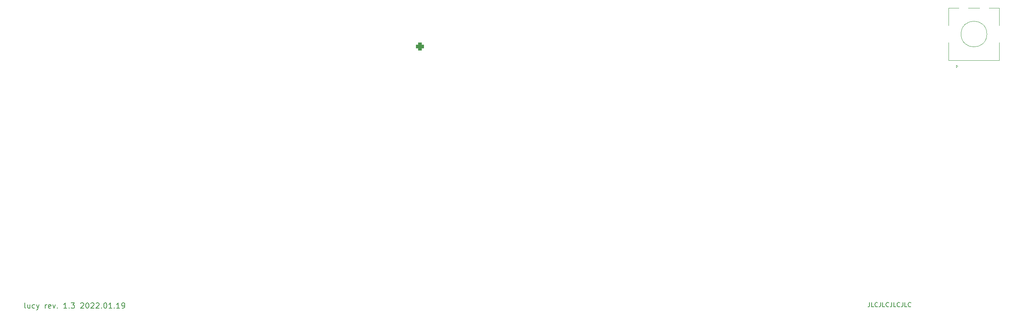
<source format=gto>
G04 #@! TF.GenerationSoftware,KiCad,Pcbnew,(6.0.0-0)*
G04 #@! TF.CreationDate,2022-01-19T17:11:42-06:00*
G04 #@! TF.ProjectId,pcb,7063622e-6b69-4636-9164-5f7063625858,rev?*
G04 #@! TF.SameCoordinates,Original*
G04 #@! TF.FileFunction,Legend,Top*
G04 #@! TF.FilePolarity,Positive*
%FSLAX46Y46*%
G04 Gerber Fmt 4.6, Leading zero omitted, Abs format (unit mm)*
G04 Created by KiCad (PCBNEW (6.0.0-0)) date 2022-01-19 17:11:42*
%MOMM*%
%LPD*%
G01*
G04 APERTURE LIST*
G04 Aperture macros list*
%AMRoundRect*
0 Rectangle with rounded corners*
0 $1 Rounding radius*
0 $2 $3 $4 $5 $6 $7 $8 $9 X,Y pos of 4 corners*
0 Add a 4 corners polygon primitive as box body*
4,1,4,$2,$3,$4,$5,$6,$7,$8,$9,$2,$3,0*
0 Add four circle primitives for the rounded corners*
1,1,$1+$1,$2,$3*
1,1,$1+$1,$4,$5*
1,1,$1+$1,$6,$7*
1,1,$1+$1,$8,$9*
0 Add four rect primitives between the rounded corners*
20,1,$1+$1,$2,$3,$4,$5,0*
20,1,$1+$1,$4,$5,$6,$7,0*
20,1,$1+$1,$6,$7,$8,$9,0*
20,1,$1+$1,$8,$9,$2,$3,0*%
G04 Aperture macros list end*
%ADD10C,0.150000*%
%ADD11C,0.200000*%
%ADD12C,0.120000*%
%ADD13C,1.701800*%
%ADD14C,3.987800*%
%ADD15C,2.540000*%
%ADD16R,2.000000X2.000000*%
%ADD17C,2.000000*%
%ADD18R,2.000000X3.200000*%
%ADD19C,1.803400*%
%ADD20RoundRect,0.501650X0.400050X0.400050X-0.400050X0.400050X-0.400050X-0.400050X0.400050X-0.400050X0*%
%ADD21C,0.650000*%
%ADD22O,1.300000X2.400000*%
%ADD23O,1.300000X1.900000*%
G04 APERTURE END LIST*
D10*
X296013577Y-115736694D02*
X296013577Y-116450980D01*
X295965958Y-116593837D01*
X295870720Y-116689075D01*
X295727863Y-116736694D01*
X295632625Y-116736694D01*
X296965958Y-116736694D02*
X296489767Y-116736694D01*
X296489767Y-115736694D01*
X297870720Y-116641456D02*
X297823101Y-116689075D01*
X297680244Y-116736694D01*
X297585005Y-116736694D01*
X297442148Y-116689075D01*
X297346910Y-116593837D01*
X297299291Y-116498599D01*
X297251672Y-116308123D01*
X297251672Y-116165266D01*
X297299291Y-115974790D01*
X297346910Y-115879552D01*
X297442148Y-115784314D01*
X297585005Y-115736694D01*
X297680244Y-115736694D01*
X297823101Y-115784314D01*
X297870720Y-115831933D01*
X298585005Y-115736694D02*
X298585005Y-116450980D01*
X298537386Y-116593837D01*
X298442148Y-116689075D01*
X298299291Y-116736694D01*
X298204053Y-116736694D01*
X299537386Y-116736694D02*
X299061196Y-116736694D01*
X299061196Y-115736694D01*
X300442148Y-116641456D02*
X300394529Y-116689075D01*
X300251672Y-116736694D01*
X300156434Y-116736694D01*
X300013577Y-116689075D01*
X299918339Y-116593837D01*
X299870720Y-116498599D01*
X299823101Y-116308123D01*
X299823101Y-116165266D01*
X299870720Y-115974790D01*
X299918339Y-115879552D01*
X300013577Y-115784314D01*
X300156434Y-115736694D01*
X300251672Y-115736694D01*
X300394529Y-115784314D01*
X300442148Y-115831933D01*
X301156434Y-115736694D02*
X301156434Y-116450980D01*
X301108815Y-116593837D01*
X301013577Y-116689075D01*
X300870720Y-116736694D01*
X300775482Y-116736694D01*
X302108815Y-116736694D02*
X301632625Y-116736694D01*
X301632625Y-115736694D01*
X303013577Y-116641456D02*
X302965958Y-116689075D01*
X302823101Y-116736694D01*
X302727863Y-116736694D01*
X302585005Y-116689075D01*
X302489767Y-116593837D01*
X302442148Y-116498599D01*
X302394529Y-116308123D01*
X302394529Y-116165266D01*
X302442148Y-115974790D01*
X302489767Y-115879552D01*
X302585005Y-115784314D01*
X302727863Y-115736694D01*
X302823101Y-115736694D01*
X302965958Y-115784314D01*
X303013577Y-115831933D01*
X303727863Y-115736694D02*
X303727863Y-116450980D01*
X303680244Y-116593837D01*
X303585005Y-116689075D01*
X303442148Y-116736694D01*
X303346910Y-116736694D01*
X304680244Y-116736694D02*
X304204053Y-116736694D01*
X304204053Y-115736694D01*
X305585005Y-116641456D02*
X305537386Y-116689075D01*
X305394529Y-116736694D01*
X305299291Y-116736694D01*
X305156434Y-116689075D01*
X305061196Y-116593837D01*
X305013577Y-116498599D01*
X304965958Y-116308123D01*
X304965958Y-116165266D01*
X305013577Y-115974790D01*
X305061196Y-115879552D01*
X305156434Y-115784314D01*
X305299291Y-115736694D01*
X305394529Y-115736694D01*
X305537386Y-115784314D01*
X305585005Y-115831933D01*
D11*
X99984070Y-117065476D02*
X99865022Y-117005952D01*
X99805499Y-116886904D01*
X99805499Y-115815476D01*
X100995975Y-116232142D02*
X100995975Y-117065476D01*
X100460260Y-116232142D02*
X100460260Y-116886904D01*
X100519784Y-117005952D01*
X100638832Y-117065476D01*
X100817403Y-117065476D01*
X100936451Y-117005952D01*
X100995975Y-116946428D01*
X102126927Y-117005952D02*
X102007880Y-117065476D01*
X101769784Y-117065476D01*
X101650737Y-117005952D01*
X101591213Y-116946428D01*
X101531689Y-116827380D01*
X101531689Y-116470238D01*
X101591213Y-116351190D01*
X101650737Y-116291666D01*
X101769784Y-116232142D01*
X102007880Y-116232142D01*
X102126927Y-116291666D01*
X102543594Y-116232142D02*
X102841213Y-117065476D01*
X103138832Y-116232142D02*
X102841213Y-117065476D01*
X102722165Y-117363095D01*
X102662641Y-117422619D01*
X102543594Y-117482142D01*
X104567403Y-117065476D02*
X104567403Y-116232142D01*
X104567403Y-116470238D02*
X104626927Y-116351190D01*
X104686451Y-116291666D01*
X104805499Y-116232142D01*
X104924546Y-116232142D01*
X105817403Y-117005952D02*
X105698356Y-117065476D01*
X105460260Y-117065476D01*
X105341213Y-117005952D01*
X105281689Y-116886904D01*
X105281689Y-116410714D01*
X105341213Y-116291666D01*
X105460260Y-116232142D01*
X105698356Y-116232142D01*
X105817403Y-116291666D01*
X105876927Y-116410714D01*
X105876927Y-116529761D01*
X105281689Y-116648809D01*
X106293594Y-116232142D02*
X106591213Y-117065476D01*
X106888832Y-116232142D01*
X107365022Y-116946428D02*
X107424546Y-117005952D01*
X107365022Y-117065476D01*
X107305499Y-117005952D01*
X107365022Y-116946428D01*
X107365022Y-117065476D01*
X109567403Y-117065476D02*
X108853118Y-117065476D01*
X109210260Y-117065476D02*
X109210260Y-115815476D01*
X109091213Y-115994047D01*
X108972165Y-116113095D01*
X108853118Y-116172619D01*
X110103118Y-116946428D02*
X110162641Y-117005952D01*
X110103118Y-117065476D01*
X110043594Y-117005952D01*
X110103118Y-116946428D01*
X110103118Y-117065476D01*
X110579308Y-115815476D02*
X111353118Y-115815476D01*
X110936451Y-116291666D01*
X111115022Y-116291666D01*
X111234070Y-116351190D01*
X111293594Y-116410714D01*
X111353118Y-116529761D01*
X111353118Y-116827380D01*
X111293594Y-116946428D01*
X111234070Y-117005952D01*
X111115022Y-117065476D01*
X110757880Y-117065476D01*
X110638832Y-117005952D01*
X110579308Y-116946428D01*
X112781689Y-115934523D02*
X112841213Y-115875000D01*
X112960260Y-115815476D01*
X113257880Y-115815476D01*
X113376927Y-115875000D01*
X113436451Y-115934523D01*
X113495975Y-116053571D01*
X113495975Y-116172619D01*
X113436451Y-116351190D01*
X112722165Y-117065476D01*
X113495975Y-117065476D01*
X114269784Y-115815476D02*
X114388832Y-115815476D01*
X114507880Y-115875000D01*
X114567403Y-115934523D01*
X114626927Y-116053571D01*
X114686451Y-116291666D01*
X114686451Y-116589285D01*
X114626927Y-116827380D01*
X114567403Y-116946428D01*
X114507880Y-117005952D01*
X114388832Y-117065476D01*
X114269784Y-117065476D01*
X114150737Y-117005952D01*
X114091213Y-116946428D01*
X114031689Y-116827380D01*
X113972165Y-116589285D01*
X113972165Y-116291666D01*
X114031689Y-116053571D01*
X114091213Y-115934523D01*
X114150737Y-115875000D01*
X114269784Y-115815476D01*
X115162641Y-115934523D02*
X115222165Y-115875000D01*
X115341213Y-115815476D01*
X115638832Y-115815476D01*
X115757880Y-115875000D01*
X115817403Y-115934523D01*
X115876927Y-116053571D01*
X115876927Y-116172619D01*
X115817403Y-116351190D01*
X115103118Y-117065476D01*
X115876927Y-117065476D01*
X116353118Y-115934523D02*
X116412641Y-115875000D01*
X116531689Y-115815476D01*
X116829308Y-115815476D01*
X116948356Y-115875000D01*
X117007880Y-115934523D01*
X117067403Y-116053571D01*
X117067403Y-116172619D01*
X117007880Y-116351190D01*
X116293594Y-117065476D01*
X117067403Y-117065476D01*
X117603118Y-116946428D02*
X117662641Y-117005952D01*
X117603118Y-117065476D01*
X117543594Y-117005952D01*
X117603118Y-116946428D01*
X117603118Y-117065476D01*
X118436451Y-115815476D02*
X118555499Y-115815476D01*
X118674546Y-115875000D01*
X118734070Y-115934523D01*
X118793594Y-116053571D01*
X118853118Y-116291666D01*
X118853118Y-116589285D01*
X118793594Y-116827380D01*
X118734070Y-116946428D01*
X118674546Y-117005952D01*
X118555499Y-117065476D01*
X118436451Y-117065476D01*
X118317403Y-117005952D01*
X118257880Y-116946428D01*
X118198356Y-116827380D01*
X118138832Y-116589285D01*
X118138832Y-116291666D01*
X118198356Y-116053571D01*
X118257880Y-115934523D01*
X118317403Y-115875000D01*
X118436451Y-115815476D01*
X120043594Y-117065476D02*
X119329308Y-117065476D01*
X119686451Y-117065476D02*
X119686451Y-115815476D01*
X119567403Y-115994047D01*
X119448356Y-116113095D01*
X119329308Y-116172619D01*
X120579308Y-116946428D02*
X120638832Y-117005952D01*
X120579308Y-117065476D01*
X120519784Y-117005952D01*
X120579308Y-116946428D01*
X120579308Y-117065476D01*
X121829308Y-117065476D02*
X121115022Y-117065476D01*
X121472165Y-117065476D02*
X121472165Y-115815476D01*
X121353118Y-115994047D01*
X121234070Y-116113095D01*
X121115022Y-116172619D01*
X122424546Y-117065476D02*
X122662641Y-117065476D01*
X122781689Y-117005952D01*
X122841213Y-116946428D01*
X122960260Y-116767857D01*
X123019784Y-116529761D01*
X123019784Y-116053571D01*
X122960260Y-115934523D01*
X122900737Y-115875000D01*
X122781689Y-115815476D01*
X122543594Y-115815476D01*
X122424546Y-115875000D01*
X122365022Y-115934523D01*
X122305499Y-116053571D01*
X122305499Y-116351190D01*
X122365022Y-116470238D01*
X122424546Y-116529761D01*
X122543594Y-116589285D01*
X122781689Y-116589285D01*
X122900737Y-116529761D01*
X122960260Y-116470238D01*
X123019784Y-116351190D01*
D12*
X314352725Y-47093950D02*
X316752725Y-47093950D01*
X314352725Y-59293950D02*
X326152725Y-59293950D01*
X323752725Y-47093950D02*
X326152725Y-47093950D01*
X314352725Y-51193950D02*
X314352725Y-47093950D01*
X314352725Y-55193950D02*
X314352725Y-59293950D01*
X316152725Y-60993950D02*
X316152725Y-60393950D01*
X316452725Y-60693950D02*
X316152725Y-60993950D01*
X316152725Y-60393950D02*
X316452725Y-60693950D01*
X318952725Y-47093950D02*
X321552725Y-47093950D01*
X326152725Y-55193950D02*
X326152725Y-59293950D01*
X326152725Y-47093950D02*
X326152725Y-51193950D01*
X323252725Y-53193950D02*
G75*
G03*
X323252725Y-53193950I-3000000J0D01*
G01*
%LPC*%
D13*
X119935625Y-53181250D03*
X130095625Y-53181250D03*
D14*
X125015625Y-53181250D03*
D15*
X121205625Y-50641250D03*
X127555625Y-48101250D03*
D13*
X196135625Y-53181250D03*
D14*
X201215625Y-53181250D03*
D13*
X206295625Y-53181250D03*
D15*
X197405625Y-50641250D03*
X203755625Y-48101250D03*
D13*
X187245625Y-53181250D03*
D14*
X182165625Y-53181250D03*
D13*
X177085625Y-53181250D03*
D15*
X178355625Y-50641250D03*
X184705625Y-48101250D03*
D14*
X163115625Y-53181250D03*
D13*
X168195625Y-53181250D03*
X158035625Y-53181250D03*
D15*
X159305625Y-50641250D03*
X165655625Y-48101250D03*
D14*
X86915625Y-53181250D03*
D13*
X91995625Y-53181250D03*
X81835625Y-53181250D03*
D15*
X83105625Y-50641250D03*
X89455625Y-48101250D03*
D13*
X215185625Y-53181250D03*
X225345625Y-53181250D03*
D14*
X220265625Y-53181250D03*
D15*
X216455625Y-50641250D03*
X222805625Y-48101250D03*
D13*
X234235625Y-53181250D03*
D14*
X239315625Y-53181250D03*
D13*
X244395625Y-53181250D03*
D15*
X235505625Y-50641250D03*
X241855625Y-48101250D03*
D14*
X86915625Y-72231250D03*
D13*
X81835625Y-72231250D03*
X91995625Y-72231250D03*
D15*
X83105625Y-69691250D03*
X89455625Y-67151250D03*
D13*
X100885625Y-72231250D03*
X111045625Y-72231250D03*
D14*
X105965625Y-72231250D03*
D15*
X102155625Y-69691250D03*
X108505625Y-67151250D03*
D13*
X149150799Y-72231250D03*
D14*
X144070799Y-72231250D03*
D13*
X138990799Y-72231250D03*
D15*
X140260799Y-69691250D03*
X146610799Y-67151250D03*
D13*
X282495625Y-53181250D03*
X272335625Y-53181250D03*
D14*
X277415625Y-53181250D03*
D15*
X273605625Y-50641250D03*
X279955625Y-48101250D03*
D13*
X168195625Y-72231250D03*
X158035625Y-72231250D03*
D14*
X163115625Y-72231250D03*
D15*
X159305625Y-69691250D03*
X165655625Y-67151250D03*
D13*
X187245625Y-72231250D03*
D14*
X182165625Y-72231250D03*
D13*
X177085625Y-72231250D03*
D15*
X178355625Y-69691250D03*
X184705625Y-67151250D03*
D13*
X196135625Y-72231250D03*
X206295625Y-72231250D03*
D14*
X201215625Y-72231250D03*
D15*
X197405625Y-69691250D03*
X203755625Y-67151250D03*
D13*
X111045625Y-110331250D03*
X100885625Y-110331250D03*
D14*
X105965625Y-110331250D03*
D15*
X102155625Y-107791250D03*
X108505625Y-105251250D03*
D13*
X119935625Y-110331250D03*
D14*
X125015625Y-110331250D03*
D13*
X130095625Y-110331250D03*
D15*
X121205625Y-107791250D03*
X127555625Y-105251250D03*
D13*
X149145625Y-110331250D03*
X138985625Y-110331250D03*
D14*
X144065625Y-110331250D03*
D15*
X140255625Y-107791250D03*
X146605625Y-105251250D03*
D14*
X163115625Y-110331250D03*
D13*
X168195625Y-110331250D03*
X158035625Y-110331250D03*
D15*
X159305625Y-107791250D03*
X165655625Y-105251250D03*
D13*
X177085625Y-110331250D03*
D14*
X182165625Y-110331250D03*
D13*
X187245625Y-110331250D03*
D15*
X178355625Y-107791250D03*
X184705625Y-105251250D03*
D13*
X225345625Y-110331250D03*
X215185625Y-110331250D03*
D14*
X220265625Y-110331250D03*
D15*
X216455625Y-107791250D03*
X222805625Y-105251250D03*
D13*
X234235625Y-110331250D03*
D14*
X239315625Y-110331250D03*
D13*
X244395625Y-110331250D03*
D15*
X235505625Y-107791250D03*
X241855625Y-105251250D03*
D14*
X258365625Y-110331250D03*
D13*
X263445625Y-110331250D03*
X253285625Y-110331250D03*
D15*
X254555625Y-107791250D03*
X260905625Y-105251250D03*
D14*
X277415625Y-110331250D03*
D13*
X272335625Y-110331250D03*
X282495625Y-110331250D03*
D15*
X273605625Y-107791250D03*
X279955625Y-105251250D03*
D13*
X206295625Y-110331250D03*
X196135625Y-110331250D03*
D14*
X201215625Y-110331250D03*
D15*
X197405625Y-107791250D03*
X203755625Y-105251250D03*
D13*
X272335625Y-91281250D03*
D14*
X277415625Y-91281250D03*
D13*
X282495625Y-91281250D03*
D15*
X273605625Y-88741250D03*
X279955625Y-86201250D03*
D13*
X253285625Y-91281250D03*
D14*
X258365625Y-91281250D03*
D13*
X263445625Y-91281250D03*
D15*
X254555625Y-88741250D03*
X260905625Y-86201250D03*
D14*
X220265625Y-91281250D03*
D13*
X215185625Y-91281250D03*
X225345625Y-91281250D03*
D15*
X216455625Y-88741250D03*
X222805625Y-86201250D03*
D13*
X177085625Y-91281250D03*
D14*
X182165625Y-91281250D03*
D13*
X187245625Y-91281250D03*
D15*
X178355625Y-88741250D03*
X184705625Y-86201250D03*
D13*
X138985625Y-91281250D03*
D14*
X144065625Y-91281250D03*
D13*
X149145625Y-91281250D03*
D15*
X140255625Y-88741250D03*
X146605625Y-86201250D03*
D14*
X86915625Y-91281250D03*
D13*
X81835625Y-91281250D03*
X91995625Y-91281250D03*
D15*
X83105625Y-88741250D03*
X89455625Y-86201250D03*
D13*
X168195625Y-91281250D03*
X158035625Y-91281250D03*
D14*
X163115625Y-91281250D03*
D15*
X159305625Y-88741250D03*
X165655625Y-86201250D03*
D14*
X296465625Y-72231250D03*
D13*
X291385625Y-72231250D03*
X301545625Y-72231250D03*
D15*
X292655625Y-69691250D03*
X299005625Y-67151250D03*
D14*
X125015625Y-91281250D03*
D13*
X130095625Y-91281250D03*
X119935625Y-91281250D03*
D15*
X121205625Y-88741250D03*
X127555625Y-86201250D03*
D14*
X105965625Y-91281250D03*
D13*
X100885625Y-91281250D03*
X111045625Y-91281250D03*
D15*
X102155625Y-88741250D03*
X108505625Y-86201250D03*
D13*
X263445625Y-72231250D03*
X253285625Y-72231250D03*
D14*
X258365625Y-72231250D03*
D15*
X254555625Y-69691250D03*
X260905625Y-67151250D03*
D13*
X234235625Y-72231250D03*
X244395625Y-72231250D03*
D14*
X239315625Y-72231250D03*
D15*
X235505625Y-69691250D03*
X241855625Y-67151250D03*
D13*
X282495625Y-72231250D03*
D14*
X277415625Y-72231250D03*
D13*
X272335625Y-72231250D03*
D15*
X273605625Y-69691250D03*
X279955625Y-67151250D03*
D13*
X291385625Y-110331250D03*
D14*
X296465625Y-110331250D03*
D13*
X301545625Y-110331250D03*
D15*
X292655625Y-107791250D03*
X299005625Y-105251250D03*
D13*
X301545625Y-91281250D03*
D14*
X296465625Y-91281250D03*
D13*
X291385625Y-91281250D03*
D15*
X292655625Y-88741250D03*
X299005625Y-86201250D03*
D14*
X320278125Y-53181250D03*
D13*
X325358125Y-53181250D03*
X315198125Y-53181250D03*
D15*
X316468125Y-50641250D03*
X322818125Y-48101250D03*
D13*
X301545625Y-53181250D03*
D14*
X296465625Y-53181250D03*
D13*
X291385625Y-53181250D03*
D15*
X292655625Y-50641250D03*
X299005625Y-48101250D03*
D16*
X317752725Y-60693950D03*
D17*
X322752725Y-60693950D03*
X320252725Y-60693950D03*
D18*
X325852725Y-53193950D03*
X314652725Y-53193950D03*
D17*
X322752725Y-46193950D03*
X317752725Y-46193950D03*
D13*
X111045625Y-53181250D03*
X100885625Y-53181250D03*
D14*
X105965625Y-53181250D03*
D15*
X102155625Y-50641250D03*
X108505625Y-48101250D03*
D14*
X144065625Y-53181250D03*
D13*
X149145625Y-53181250D03*
X138985625Y-53181250D03*
D15*
X140255625Y-50641250D03*
X146605625Y-48101250D03*
D13*
X325358185Y-110331530D03*
X315198185Y-110331530D03*
D14*
X320278185Y-110331530D03*
D15*
X316468185Y-107791530D03*
X322818185Y-105251530D03*
D13*
X325358185Y-72231370D03*
X315198185Y-72231370D03*
D14*
X320278185Y-72231370D03*
D15*
X316468185Y-69691370D03*
X322818185Y-67151370D03*
D13*
X325358185Y-91281450D03*
D14*
X320278185Y-91281450D03*
D13*
X315198185Y-91281450D03*
D15*
X316468185Y-88741450D03*
X322818185Y-86201450D03*
D13*
X196135625Y-91281250D03*
D14*
X201215625Y-91281250D03*
D13*
X206295625Y-91281250D03*
D15*
X197405625Y-88741250D03*
X203755625Y-86201250D03*
D14*
X239315625Y-91281250D03*
D13*
X244395625Y-91281250D03*
X234235625Y-91281250D03*
D15*
X235505625Y-88741250D03*
X241855625Y-86201250D03*
D13*
X81835625Y-110331250D03*
X91995625Y-110331250D03*
D14*
X86915625Y-110331250D03*
D15*
X83105625Y-107791250D03*
X89455625Y-105251250D03*
D13*
X253285625Y-53181250D03*
X263445625Y-53181250D03*
D14*
X258365625Y-53181250D03*
D15*
X254555625Y-50641250D03*
X260905625Y-48101250D03*
D13*
X130095625Y-72231250D03*
D14*
X125015625Y-72231250D03*
D13*
X119935625Y-72231250D03*
D15*
X121205625Y-69691250D03*
X127555625Y-67151250D03*
D13*
X215185625Y-72231250D03*
D14*
X220265625Y-72231250D03*
D13*
X225345625Y-72231250D03*
D15*
X216455625Y-69691250D03*
X222805625Y-67151250D03*
D19*
X191140000Y-68800000D03*
X191140000Y-58640000D03*
X191140000Y-63720000D03*
X191546400Y-66260000D03*
X191546400Y-61180000D03*
D20*
X191546400Y-56100000D03*
D21*
X99329825Y-46312315D03*
X93549825Y-46312315D03*
D22*
X100739825Y-46863315D03*
D23*
X100739825Y-42663315D03*
X92139825Y-42663315D03*
D22*
X92139825Y-46863315D03*
M02*

</source>
